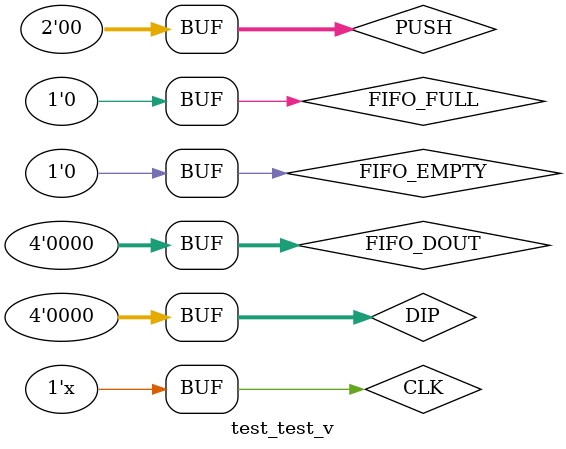
<source format=v>
`timescale 1ns / 1ps


module test_test_v;

   // Inputs
   reg CLK;
   reg [2:1] PUSH;
   reg [3:0] DIP;
   reg [3:0] FIFO_DOUT;
   reg 	     FIFO_FULL;
   reg 	     FIFO_EMPTY;

   // Outputs
   wire [6:0] DISPLAY;
   wire [3:0] LED;
   wire [3:0] FIFO_DIN;
   wire       FIFO_RDCLK;
   wire       FIFO_RDEN;
   wire       FIFO_WRCLK;
   wire       FIFO_WREN;
   wire       FIFO_RESET;

   // Instantiate the Unit Under Test (UUT)
   test uut (
	     .CLK(CLK), 
	     .PUSH(PUSH), 
	     .DIP(DIP), 
	     .DISPLAY(DISPLAY), 
	     .LED(LED), 
	     .FIFO_DIN(FIFO_DIN), 
	     .FIFO_DOUT(FIFO_DOUT), 
	     .FIFO_RDCLK(FIFO_RDCLK), 
	     .FIFO_RDEN(FIFO_RDEN), 
	     .FIFO_WRCLK(FIFO_WRCLK), 
	     .FIFO_WREN(FIFO_WREN), 
	     .FIFO_RESET(FIFO_RESET), 
	     .FIFO_FULL(FIFO_FULL), 
	     .FIFO_EMPTY(FIFO_EMPTY)
	     );

   initial begin
      // Initialize Inputs
      CLK = 0;
      PUSH = 0;
      DIP = 0;
      FIFO_DOUT = 0;
      FIFO_FULL = 0;
      FIFO_EMPTY = 0;

      // Wait 100 ns for global reset to finish
      #100;
   end

   always begin
      #5 CLK = ~CLK; // Toggle clock every 5 ticks
   end
   
endmodule


</source>
